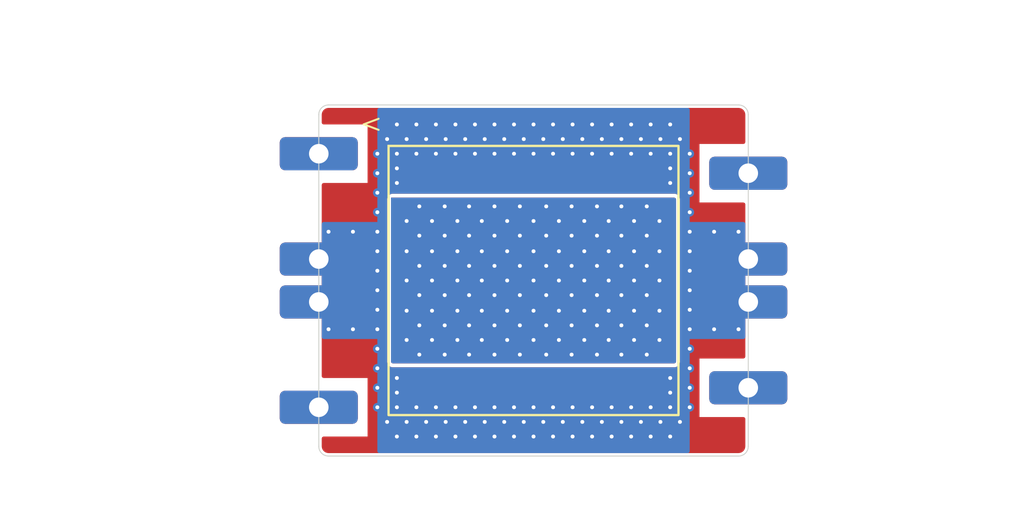
<source format=kicad_pcb>
(kicad_pcb (version 20240108) (generator "pcbnew") (generator_version "8.0")
  (title_block (title "Directional Coupler") (date "2024-03-22") (rev "A0") (company "TiZed") (comment 1 "Units: [mm]"))
  (layers (0 "F.Cu" signal) (31 "B.Cu" signal) (34 "B.Paste" user) (35 "F.Paste" user) (36 "B.SilkS" user "B.Silkscreen") (37 "F.SilkS" user "F.Silkscreen") (38 "B.Mask" user) (39 "F.Mask" user) (44 "Edge.Cuts" user))
  (net 0 "")
  (net 1 "GND")
  (footprint "Coupler:Square_edge_pin" (layer "F.Cu") (at 110 55)
    (property "Reference" "H4" (hide yes))
    (property "Value" "Reverse")
    (pad "MP" thru_hole roundrect (at 0 0) (size 4 1.7) (drill 1) (property pad_prop_castellated) (layers "*.Cu" "*.Mask") (roundrect_rratio 0.1612903226))
  )
  (footprint "Coupler:Square_edge_pin" (layer "F.Cu") (at 88 43)
    (property "Reference" "H1" (hide yes))
    (property "Value" "In")
    (pad "MP" thru_hole roundrect (at 0 0) (size 4 1.7) (drill 1) (property pad_prop_castellated) (layers "*.Cu" "*.Mask") (roundrect_rratio 0.1612903226))
  )
  (footprint "Coupler:Square_edge_pin" (layer "F.Cu") (at 88 56)
    (property "Reference" "H3" (hide yes))
    (property "Value" "Forward")
    (pad "MP" thru_hole roundrect (at 0 0) (size 4 1.7) (drill 1) (property pad_prop_castellated) (layers "*.Cu" "*.Mask") (roundrect_rratio 0.1612903226))
  )
  (footprint "Coupler:Core_BN43-202" (layer "F.Cu") (at 99 49.5)
    (property "Reference" "MP1" (hide yes))
    (property "Value" "Core_BN-43-202")
    (fp_rect (start -7.2 -4.15) (end 7.2 4.15) (stroke (width 0.2)) (fill solid) (layer "F.Cu"))
    (fp_rect (start -7.2 -4.15) (end 7.2 4.15) (stroke (width 0.2)) (fill solid) (layer "B.Cu"))
    (fp_rect (start -7.425 -6.9) (end 7.425 6.9) (stroke (width 0.12)) (fill none) (layer "F.SilkS"))
    (pad "" thru_hole circle (at -6.5 -3.05) (size 0.45 0.45) (drill 0.2) (property pad_prop_heatsink) (layers "*.Cu" "*.Mask"))
    (pad "" thru_hole circle (at -6.5 -1.5) (size 0.45 0.45) (drill 0.2) (property pad_prop_heatsink) (layers "*.Cu" "*.Mask"))
    (pad "" thru_hole circle (at -6.5 0) (size 0.45 0.45) (drill 0.2) (property pad_prop_heatsink) (layers "*.Cu" "*.Mask"))
    (pad "" thru_hole circle (at -6.5 1.55) (size 0.45 0.45) (drill 0.2) (property pad_prop_heatsink) (layers "*.Cu" "*.Mask"))
    (pad "" thru_hole circle (at -6.5 3.05) (size 0.45 0.45) (drill 0.2) (property pad_prop_heatsink) (layers "*.Cu" "*.Mask"))
    (pad "" thru_hole circle (at -5.85 -3.8) (size 0.45 0.45) (drill 0.2) (property pad_prop_heatsink) (layers "*.Cu" "*.Mask"))
    (pad "" thru_hole circle (at -5.85 -2.3) (size 0.45 0.45) (drill 0.2) (property pad_prop_heatsink) (layers "*.Cu" "*.Mask"))
    (pad "" thru_hole circle (at -5.85 -0.75) (size 0.45 0.45) (drill 0.2) (property pad_prop_heatsink) (layers "*.Cu" "*.Mask"))
    (pad "" thru_hole circle (at -5.85 0.75) (size 0.45 0.45) (drill 0.2) (property pad_prop_heatsink) (layers "*.Cu" "*.Mask"))
    (pad "" thru_hole circle (at -5.85 2.3) (size 0.45 0.45) (drill 0.2) (property pad_prop_heatsink) (layers "*.Cu" "*.Mask"))
    (pad "" thru_hole circle (at -5.85 3.8) (size 0.45 0.45) (drill 0.2) (property pad_prop_heatsink) (layers "*.Cu" "*.Mask"))
    (pad "" thru_hole circle (at -5.2 -3.05) (size 0.45 0.45) (drill 0.2) (property pad_prop_heatsink) (layers "*.Cu" "*.Mask"))
    (pad "" thru_hole circle (at -5.2 -1.5) (size 0.45 0.45) (drill 0.2) (property pad_prop_heatsink) (layers "*.Cu" "*.Mask"))
    (pad "" thru_hole circle (at -5.2 0) (size 0.45 0.45) (drill 0.2) (property pad_prop_heatsink) (layers "*.Cu" "*.Mask"))
    (pad "" thru_hole circle (at -5.2 1.55) (size 0.45 0.45) (drill 0.2) (property pad_prop_heatsink) (layers "*.Cu" "*.Mask"))
    (pad "" thru_hole circle (at -5.2 3.05) (size 0.45 0.45) (drill 0.2) (property pad_prop_heatsink) (layers "*.Cu" "*.Mask"))
    (pad "" thru_hole circle (at -4.55 -3.8) (size 0.45 0.45) (drill 0.2) (property pad_prop_heatsink) (layers "*.Cu" "*.Mask"))
    (pad "" thru_hole circle (at -4.55 -2.3) (size 0.45 0.45) (drill 0.2) (property pad_prop_heatsink) (layers "*.Cu" "*.Mask"))
    (pad "" thru_hole circle (at -4.55 -0.75) (size 0.45 0.45) (drill 0.2) (property pad_prop_heatsink) (layers "*.Cu" "*.Mask"))
    (pad "" thru_hole circle (at -4.55 0.75) (size 0.45 0.45) (drill 0.2) (property pad_prop_heatsink) (layers "*.Cu" "*.Mask"))
    (pad "" thru_hole circle (at -4.55 2.3) (size 0.45 0.45) (drill 0.2) (property pad_prop_heatsink) (layers "*.Cu" "*.Mask"))
    (pad "" thru_hole circle (at -4.55 3.8) (size 0.45 0.45) (drill 0.2) (property pad_prop_heatsink) (layers "*.Cu" "*.Mask"))
    (pad "" thru_hole circle (at -3.9 -3.05) (size 0.45 0.45) (drill 0.2) (property pad_prop_heatsink) (layers "*.Cu" "*.Mask"))
    (pad "" thru_hole circle (at -3.9 -1.5) (size 0.45 0.45) (drill 0.2) (property pad_prop_heatsink) (layers "*.Cu" "*.Mask"))
    (pad "" thru_hole circle (at -3.9 0) (size 0.45 0.45) (drill 0.2) (property pad_prop_heatsink) (layers "*.Cu" "*.Mask"))
    (pad "" thru_hole circle (at -3.9 1.55) (size 0.45 0.45) (drill 0.2) (property pad_prop_heatsink) (layers "*.Cu" "*.Mask"))
    (pad "" thru_hole circle (at -3.9 3.05) (size 0.45 0.45) (drill 0.2) (property pad_prop_heatsink) (layers "*.Cu" "*.Mask"))
    (pad "" thru_hole circle (at -3.3 -3.8) (size 0.45 0.45) (drill 0.2) (property pad_prop_heatsink) (layers "*.Cu" "*.Mask"))
    (pad "" thru_hole circle (at -3.3 -2.3) (size 0.45 0.45) (drill 0.2) (property pad_prop_heatsink) (layers "*.Cu" "*.Mask"))
    (pad "" thru_hole circle (at -3.3 -0.75) (size 0.45 0.45) (drill 0.2) (property pad_prop_heatsink) (layers "*.Cu" "*.Mask"))
    (pad "" thru_hole circle (at -3.3 0.75) (size 0.45 0.45) (drill 0.2) (property pad_prop_heatsink) (layers "*.Cu" "*.Mask"))
    (pad "" thru_hole circle (at -3.3 2.3) (size 0.45 0.45) (drill 0.2) (property pad_prop_heatsink) (layers "*.Cu" "*.Mask"))
    (pad "" thru_hole circle (at -3.3 3.8) (size 0.45 0.45) (drill 0.2) (property pad_prop_heatsink) (layers "*.Cu" "*.Mask"))
    (pad "" thru_hole circle (at -2.65 -3.05) (size 0.45 0.45) (drill 0.2) (property pad_prop_heatsink) (layers "*.Cu" "*.Mask"))
    (pad "" thru_hole circle (at -2.65 -1.5) (size 0.45 0.45) (drill 0.2) (property pad_prop_heatsink) (layers "*.Cu" "*.Mask"))
    (pad "" thru_hole circle (at -2.65 0) (size 0.45 0.45) (drill 0.2) (property pad_prop_heatsink) (layers "*.Cu" "*.Mask"))
    (pad "" thru_hole circle (at -2.65 1.55) (size 0.45 0.45) (drill 0.2) (property pad_prop_heatsink) (layers "*.Cu" "*.Mask"))
    (pad "" thru_hole circle (at -2.65 3.05) (size 0.45 0.45) (drill 0.2) (property pad_prop_heatsink) (layers "*.Cu" "*.Mask"))
    (pad "" thru_hole circle (at -2 -3.8) (size 0.45 0.45) (drill 0.2) (property pad_prop_heatsink) (layers "*.Cu" "*.Mask"))
    (pad "" thru_hole circle (at -2 -2.3) (size 0.45 0.45) (drill 0.2) (property pad_prop_heatsink) (layers "*.Cu" "*.Mask"))
    (pad "" thru_hole circle (at -2 -0.75) (size 0.45 0.45) (drill 0.2) (property pad_prop_heatsink) (layers "*.Cu" "*.Mask"))
    (pad "" thru_hole circle (at -2 0.75) (size 0.45 0.45) (drill 0.2) (property pad_prop_heatsink) (layers "*.Cu" "*.Mask"))
    (pad "" thru_hole circle (at -2 2.3) (size 0.45 0.45) (drill 0.2) (property pad_prop_heatsink) (layers "*.Cu" "*.Mask"))
    (pad "" thru_hole circle (at -2 3.8) (size 0.45 0.45) (drill 0.2) (property pad_prop_heatsink) (layers "*.Cu" "*.Mask"))
    (pad "" thru_hole circle (at -1.35 -3.05) (size 0.45 0.45) (drill 0.2) (property pad_prop_heatsink) (layers "*.Cu" "*.Mask"))
    (pad "" thru_hole circle (at -1.35 -1.5) (size 0.45 0.45) (drill 0.2) (property pad_prop_heatsink) (layers "*.Cu" "*.Mask"))
    (pad "" thru_hole circle (at -1.35 0) (size 0.45 0.45) (drill 0.2) (property pad_prop_heatsink) (layers "*.Cu" "*.Mask"))
    (pad "" thru_hole circle (at -1.35 1.55) (size 0.45 0.45) (drill 0.2) (property pad_prop_heatsink) (layers "*.Cu" "*.Mask"))
    (pad "" thru_hole circle (at -1.35 3.05) (size 0.45 0.45) (drill 0.2) (property pad_prop_heatsink) (layers "*.Cu" "*.Mask"))
    (pad "" thru_hole circle (at -0.7 -3.8) (size 0.45 0.45) (drill 0.2) (property pad_prop_heatsink) (layers "*.Cu" "*.Mask"))
    (pad "" thru_hole circle (at -0.7 -2.3) (size 0.45 0.45) (drill 0.2) (property pad_prop_heatsink) (layers "*.Cu" "*.Mask"))
    (pad "" thru_hole circle (at -0.7 -0.75) (size 0.45 0.45) (drill 0.2) (property pad_prop_heatsink) (layers "*.Cu" "*.Mask"))
    (pad "" thru_hole circle (at -0.7 0.75) (size 0.45 0.45) (drill 0.2) (property pad_prop_heatsink) (layers "*.Cu" "*.Mask"))
    (pad "" thru_hole circle (at -0.7 2.3) (size 0.45 0.45) (drill 0.2) (property pad_prop_heatsink) (layers "*.Cu" "*.Mask"))
    (pad "" thru_hole circle (at -0.7 3.8) (size 0.45 0.45) (drill 0.2) (property pad_prop_heatsink) (layers "*.Cu" "*.Mask"))
    (pad "" thru_hole circle (at 0 -3.05) (size 0.45 0.45) (drill 0.2) (property pad_prop_heatsink) (layers "*.Cu" "*.Mask"))
    (pad "" thru_hole circle (at 0 -1.5) (size 0.45 0.45) (drill 0.2) (property pad_prop_heatsink) (layers "*.Cu" "*.Mask"))
    (pad "" thru_hole circle (at 0 0) (size 0.45 0.45) (drill 0.2) (property pad_prop_heatsink) (layers "*.Cu" "*.Mask"))
    (pad "" thru_hole circle (at 0 1.55) (size 0.45 0.45) (drill 0.2) (property pad_prop_heatsink) (layers "*.Cu" "*.Mask"))
    (pad "" thru_hole circle (at 0 3.05) (size 0.45 0.45) (drill 0.2) (property pad_prop_heatsink) (layers "*.Cu" "*.Mask"))
    (pad "" thru_hole circle (at 0.65 -3.8) (size 0.45 0.45) (drill 0.2) (property pad_prop_heatsink) (layers "*.Cu" "*.Mask"))
    (pad "" thru_hole circle (at 0.65 -2.3) (size 0.45 0.45) (drill 0.2) (property pad_prop_heatsink) (layers "*.Cu" "*.Mask"))
    (pad "" thru_hole circle (at 0.65 -0.75) (size 0.45 0.45) (drill 0.2) (property pad_prop_heatsink) (layers "*.Cu" "*.Mask"))
    (pad "" thru_hole circle (at 0.65 0.75) (size 0.45 0.45) (drill 0.2) (property pad_prop_heatsink) (layers "*.Cu" "*.Mask"))
    (pad "" thru_hole circle (at 0.65 2.3) (size 0.45 0.45) (drill 0.2) (property pad_prop_heatsink) (layers "*.Cu" "*.Mask"))
    (pad "" thru_hole circle (at 0.65 3.8) (size 0.45 0.45) (drill 0.2) (property pad_prop_heatsink) (layers "*.Cu" "*.Mask"))
    (pad "" thru_hole circle (at 1.3 -3.05) (size 0.45 0.45) (drill 0.2) (property pad_prop_heatsink) (layers "*.Cu" "*.Mask"))
    (pad "" thru_hole circle (at 1.3 -1.5) (size 0.45 0.45) (drill 0.2) (property pad_prop_heatsink) (layers "*.Cu" "*.Mask"))
    (pad "" thru_hole circle (at 1.3 0) (size 0.45 0.45) (drill 0.2) (property pad_prop_heatsink) (layers "*.Cu" "*.Mask"))
    (pad "" thru_hole circle (at 1.3 1.55) (size 0.45 0.45) (drill 0.2) (property pad_prop_heatsink) (layers "*.Cu" "*.Mask"))
    (pad "" thru_hole circle (at 1.3 3.05) (size 0.45 0.45) (drill 0.2) (property pad_prop_heatsink) (layers "*.Cu" "*.Mask"))
    (pad "" thru_hole circle (at 1.95 -3.8) (size 0.45 0.45) (drill 0.2) (property pad_prop_heatsink) (layers "*.Cu" "*.Mask"))
    (pad "" thru_hole circle (at 1.95 -2.3) (size 0.45 0.45) (drill 0.2) (property pad_prop_heatsink) (layers "*.Cu" "*.Mask"))
    (pad "" thru_hole circle (at 1.95 -0.75) (size 0.45 0.45) (drill 0.2) (property pad_prop_heatsink) (layers "*.Cu" "*.Mask"))
    (pad "" thru_hole circle (at 1.95 0.75) (size 0.45 0.45) (drill 0.2) (property pad_prop_heatsink) (layers "*.Cu" "*.Mask"))
    (pad "" thru_hole circle (at 1.95 2.3) (size 0.45 0.45) (drill 0.2) (property pad_prop_heatsink) (layers "*.Cu" "*.Mask"))
    (pad "" thru_hole circle (at 1.95 3.8) (size 0.45 0.45) (drill 0.2) (property pad_prop_heatsink) (layers "*.Cu" "*.Mask"))
    (pad "" thru_hole circle (at 2.6 -3.05) (size 0.45 0.45) (drill 0.2) (property pad_prop_heatsink) (layers "*.Cu" "*.Mask"))
    (pad "" thru_hole circle (at 2.6 -1.5) (size 0.45 0.45) (drill 0.2) (property pad_prop_heatsink) (layers "*.Cu" "*.Mask"))
    (pad "" thru_hole circle (at 2.6 0) (size 0.45 0.45) (drill 0.2) (property pad_prop_heatsink) (layers "*.Cu" "*.Mask"))
    (pad "" thru_hole circle (at 2.6 1.55) (size 0.45 0.45) (drill 0.2) (property pad_prop_heatsink) (layers "*.Cu" "*.Mask"))
    (pad "" thru_hole circle (at 2.6 3.05) (size 0.45 0.45) (drill 0.2) (property pad_prop_heatsink) (layers "*.Cu" "*.Mask"))
    (pad "" thru_hole circle (at 3.25 -3.8) (size 0.45 0.45) (drill 0.2) (property pad_prop_heatsink) (layers "*.Cu" "*.Mask"))
    (pad "" thru_hole circle (at 3.25 -2.3) (size 0.45 0.45) (drill 0.2) (property pad_prop_heatsink) (layers "*.Cu" "*.Mask"))
    (pad "" thru_hole circle (at 3.25 -0.75) (size 0.45 0.45) (drill 0.2) (property pad_prop_heatsink) (layers "*.Cu" "*.Mask"))
    (pad "" thru_hole circle (at 3.25 0.75) (size 0.45 0.45) (drill 0.2) (property pad_prop_heatsink) (layers "*.Cu" "*.Mask"))
    (pad "" thru_hole circle (at 3.25 2.3) (size 0.45 0.45) (drill 0.2) (property pad_prop_heatsink) (layers "*.Cu" "*.Mask"))
    (pad "" thru_hole circle (at 3.25 3.8) (size 0.45 0.45) (drill 0.2) (property pad_prop_heatsink) (layers "*.Cu" "*.Mask"))
    (pad "" thru_hole circle (at 3.85 -3.05) (size 0.45 0.45) (drill 0.2) (property pad_prop_heatsink) (layers "*.Cu" "*.Mask"))
    (pad "" thru_hole circle (at 3.85 -1.5) (size 0.45 0.45) (drill 0.2) (property pad_prop_heatsink) (layers "*.Cu" "*.Mask"))
    (pad "" thru_hole circle (at 3.85 0) (size 0.45 0.45) (drill 0.2) (property pad_prop_heatsink) (layers "*.Cu" "*.Mask"))
    (pad "" thru_hole circle (at 3.85 1.55) (size 0.45 0.45) (drill 0.2) (property pad_prop_heatsink) (layers "*.Cu" "*.Mask"))
    (pad "" thru_hole circle (at 3.85 3.05) (size 0.45 0.45) (drill 0.2) (property pad_prop_heatsink) (layers "*.Cu" "*.Mask"))
    (pad "" thru_hole circle (at 4.5 -3.8) (size 0.45 0.45) (drill 0.2) (property pad_prop_heatsink) (layers "*.Cu" "*.Mask"))
    (pad "" thru_hole circle (at 4.5 -2.3) (size 0.45 0.45) (drill 0.2) (property pad_prop_heatsink) (layers "*.Cu" "*.Mask"))
    (pad "" thru_hole circle (at 4.5 -0.75) (size 0.45 0.45) (drill 0.2) (property pad_prop_heatsink) (layers "*.Cu" "*.Mask"))
    (pad "" thru_hole circle (at 4.5 0.75) (size 0.45 0.45) (drill 0.2) (property pad_prop_heatsink) (layers "*.Cu" "*.Mask"))
    (pad "" thru_hole circle (at 4.5 2.3) (size 0.45 0.45) (drill 0.2) (property pad_prop_heatsink) (layers "*.Cu" "*.Mask"))
    (pad "" thru_hole circle (at 4.5 3.8) (size 0.45 0.45) (drill 0.2) (property pad_prop_heatsink) (layers "*.Cu" "*.Mask"))
    (pad "" thru_hole circle (at 5.15 -3.05) (size 0.45 0.45) (drill 0.2) (property pad_prop_heatsink) (layers "*.Cu" "*.Mask"))
    (pad "" thru_hole circle (at 5.15 -1.5) (size 0.45 0.45) (drill 0.2) (property pad_prop_heatsink) (layers "*.Cu" "*.Mask"))
    (pad "" thru_hole circle (at 5.15 0) (size 0.45 0.45) (drill 0.2) (property pad_prop_heatsink) (layers "*.Cu" "*.Mask"))
    (pad "" thru_hole circle (at 5.15 1.55) (size 0.45 0.45) (drill 0.2) (property pad_prop_heatsink) (layers "*.Cu" "*.Mask"))
    (pad "" thru_hole circle (at 5.15 3.05) (size 0.45 0.45) (drill 0.2) (property pad_prop_heatsink) (layers "*.Cu" "*.Mask"))
    (pad "" thru_hole circle (at 5.8 -3.8) (size 0.45 0.45) (drill 0.2) (property pad_prop_heatsink) (layers "*.Cu" "*.Mask"))
    (pad "" thru_hole circle (at 5.8 -2.3) (size 0.45 0.45) (drill 0.2) (property pad_prop_heatsink) (layers "*.Cu" "*.Mask"))
    (pad "" thru_hole circle (at 5.8 -0.75) (size 0.45 0.45) (drill 0.2) (property pad_prop_heatsink) (layers "*.Cu" "*.Mask"))
    (pad "" thru_hole circle (at 5.8 0.75) (size 0.45 0.45) (drill 0.2) (property pad_prop_heatsink) (layers "*.Cu" "*.Mask"))
    (pad "" thru_hole circle (at 5.8 2.3) (size 0.45 0.45) (drill 0.2) (property pad_prop_heatsink) (layers "*.Cu" "*.Mask"))
    (pad "" thru_hole circle (at 5.8 3.8) (size 0.45 0.45) (drill 0.2) (property pad_prop_heatsink) (layers "*.Cu" "*.Mask"))
    (pad "" thru_hole circle (at 6.45 -3.05) (size 0.45 0.45) (drill 0.2) (property pad_prop_heatsink) (layers "*.Cu" "*.Mask"))
    (pad "" thru_hole circle (at 6.45 -1.5) (size 0.45 0.45) (drill 0.2) (property pad_prop_heatsink) (layers "*.Cu" "*.Mask"))
    (pad "" thru_hole circle (at 6.45 0) (size 0.45 0.45) (drill 0.2) (property pad_prop_heatsink) (layers "*.Cu" "*.Mask"))
    (pad "" thru_hole circle (at 6.45 1.55) (size 0.45 0.45) (drill 0.2) (property pad_prop_heatsink) (layers "*.Cu" "*.Mask"))
    (pad "" thru_hole circle (at 6.45 3.05) (size 0.45 0.45) (drill 0.2) (property pad_prop_heatsink) (layers "*.Cu" "*.Mask"))
  )
  (footprint "Coupler:Square_edge_double_pin" (layer "F.Cu") (at 88 49.5)
    (property "Reference" "H2" (hide yes))
    (property "Value" "Ground")
    (pad "MP" thru_hole roundrect (at 0 -1.1) (size 4 1.7) (drill 1) (property pad_prop_castellated) (layers "*.Cu" "*.Mask") (roundrect_rratio 0.1612903226) (net 1 "GND"))
    (pad "MP" thru_hole roundrect (at 0 1.1) (size 4 1.7) (drill 1) (property pad_prop_castellated) (layers "*.Cu" "*.Mask") (roundrect_rratio 0.1612903226) (net 1 "GND"))
  )
  (footprint "Coupler:Square_edge_double_pin" (layer "F.Cu") (at 110 49.5)
    (property "Reference" "H5" (hide yes))
    (property "Value" "Ground")
    (pad "MP" thru_hole roundrect (at 0 -1.1) (size 4 1.7) (drill 1) (property pad_prop_castellated) (layers "*.Cu" "*.Mask") (roundrect_rratio 0.1612903226) (net 1 "GND"))
    (pad "MP" thru_hole roundrect (at 0 1.1) (size 4 1.7) (drill 1) (property pad_prop_castellated) (layers "*.Cu" "*.Mask") (roundrect_rratio 0.1612903226) (net 1 "GND"))
  )
  (footprint "Coupler:Square_edge_pin" (layer "F.Cu") (at 110 44)
    (property "Reference" "H6" (hide yes))
    (property "Value" "Out")
    (pad "MP" thru_hole roundrect (at 0 0) (size 4 1.7) (drill 1) (property pad_prop_castellated) (layers "*.Cu" "*.Mask") (roundrect_rratio 0.1612903226))
  )
  (gr_line (start 88 58) (end 88 41) (stroke (width 0.05)) (layer "Edge.Cuts"))
  (gr_line (start 88.5 40.5) (end 109.5 40.5) (stroke (width 0.05)) (layer "Edge.Cuts"))
  (gr_arc (start 110 58) (mid 109.853553 58.353553) (end 109.5 58.5) (stroke (width 0.05)) (layer "Edge.Cuts"))
  (gr_line (start 109.5 58.5) (end 88.5 58.5) (stroke (width 0.05)) (layer "Edge.Cuts"))
  (gr_line (start 110 41) (end 110 58) (stroke (width 0.05)) (layer "Edge.Cuts"))
  (gr_arc (start 109.5 40.5) (mid 109.853553 40.646447) (end 110 41) (stroke (width 0.05)) (layer "Edge.Cuts"))
  (gr_arc (start 88 41) (mid 88.146447 40.646447) (end 88.5 40.5) (stroke (width 0.05)) (layer "Edge.Cuts"))
  (gr_arc (start 88.5 58.5) (mid 88.146447 58.353553) (end 88 58) (stroke (width 0.05)) (layer "Edge.Cuts"))
  (gr_text "<" (at 90 42 0) (layer "F.SilkS") (effects (font (size 1 1) (thickness 0.1)) (justify left bottom)))
  (via (at 93 57.5) (size 0.45) (drill 0.2) (layers "F.Cu" "B.Cu") (net 1))
  (via (at 101 56) (size 0.45) (drill 0.2) (layers "F.Cu" "B.Cu") (net 1))
  (via (at 91 53) (size 0.45) (drill 0.2) (layers "F.Cu" "B.Cu") (net 1))
  (via (at 100 56) (size 0.45) (drill 0.2) (layers "F.Cu" "B.Cu") (net 1))
  (via (at 94 41.5) (size 0.45) (drill 0.2) (layers "F.Cu" "B.Cu") (net 1))
  (via (at 101 41.5) (size 0.45) (drill 0.2) (layers "F.Cu" "B.Cu") (net 1))
  (via (at 103 43) (size 0.45) (drill 0.2) (layers "F.Cu" "B.Cu") (net 1))
  (via (at 92.5 56.75) (size 0.45) (drill 0.2) (layers "F.Cu" "B.Cu") (net 1))
  (via (at 105.5 42.25) (size 0.45) (drill 0.2) (layers "F.Cu" "B.Cu") (net 1))
  (via (at 101 43) (size 0.45) (drill 0.2) (layers "F.Cu" "B.Cu") (net 1))
  (via (at 91 52) (size 0.45) (drill 0.2) (layers "F.Cu" "B.Cu") (net 1))
  (via (at 97 41.5) (size 0.45) (drill 0.2) (layers "F.Cu" "B.Cu") (net 1))
  (via (at 97 43) (size 0.45) (drill 0.2) (layers "F.Cu" "B.Cu") (net 1))
  (via (at 95 41.5) (size 0.45) (drill 0.2) (layers "F.Cu" "B.Cu") (net 1))
  (via (at 95.5 56.75) (size 0.45) (drill 0.2) (layers "F.Cu" "B.Cu") (net 1))
  (via (at 105 57.5) (size 0.45) (drill 0.2) (layers "F.Cu" "B.Cu") (net 1))
  (via (at 97 57.5) (size 0.45) (drill 0.2) (layers "F.Cu" "B.Cu") (net 1))
  (via (at 94 43) (size 0.45) (drill 0.2) (layers "F.Cu" "B.Cu") (net 1))
  (via (at 100 43) (size 0.45) (drill 0.2) (layers "F.Cu" "B.Cu") (net 1))
  (via (at 105 56) (size 0.45) (drill 0.2) (layers "F.Cu" "B.Cu") (net 1))
  (via (at 105.5 56.75) (size 0.45) (drill 0.2) (layers "F.Cu" "B.Cu") (net 1))
  (via (at 96 43) (size 0.45) (drill 0.2) (layers "F.Cu" "B.Cu") (net 1))
  (via (at 91 45) (size 0.45) (drill 0.2) (layers "F.Cu" "B.Cu") (net 1))
  (via (at 96 57.5) (size 0.45) (drill 0.2) (layers "F.Cu" "B.Cu") (net 1))
  (via (at 102.5 42.25) (size 0.45) (drill 0.2) (layers "F.Cu" "B.Cu") (net 1))
  (via (at 91 48) (size 0.45) (drill 0.2) (layers "F.Cu" "B.Cu") (net 1))
  (via (at 103 41.5) (size 0.45) (drill 0.2) (layers "F.Cu" "B.Cu") (net 1))
  (via (at 96 56) (size 0.45) (drill 0.2) (layers "F.Cu" "B.Cu") (net 1))
  (via (at 89.75 52) (size 0.45) (drill 0.2) (layers "F.Cu" "B.Cu") (net 1))
  (via (at 104 57.5) (size 0.45) (drill 0.2) (layers "F.Cu" "B.Cu") (net 1))
  (via (at 106 43) (size 0.45) (drill 0.2) (layers "F.Cu" "B.Cu") (net 1))
  (via (at 106 57.5) (size 0.45) (drill 0.2) (layers "F.Cu" "B.Cu") (net 1))
  (via (at 91.5 42.25) (size 0.45) (drill 0.2) (layers "F.Cu" "B.Cu") (net 1))
  (via (at 99 43) (size 0.45) (drill 0.2) (layers "F.Cu" "B.Cu") (net 1))
  (via (at 92 44.5) (size 0.45) (drill 0.2) (layers "F.Cu" "B.Cu") (net 1))
  (via (at 99.5 56.75) (size 0.45) (drill 0.2) (layers "F.Cu" "B.Cu") (net 1))
  (via (at 104 56) (size 0.45) (drill 0.2) (layers "F.Cu" "B.Cu") (net 1))
  (via (at 102 56) (size 0.45) (drill 0.2) (layers "F.Cu" "B.Cu") (net 1))
  (via (at 107 49) (size 0.45) (drill 0.2) (layers "F.Cu" "B.Cu") (net 1))
  (via (at 103 56) (size 0.45) (drill 0.2) (layers "F.Cu" "B.Cu") (net 1))
  (via (at 102 57.5) (size 0.45) (drill 0.2) (layers "F.Cu" "B.Cu") (net 1))
  (via (at 106 54.5) (size 0.45) (drill 0.2) (layers "F.Cu" "B.Cu") (net 1))
  (via (at 107 53) (size 0.45) (drill 0.2) (layers "F.Cu" "B.Cu") (net 1))
  (via (at 106.5 42.25) (size 0.45) (drill 0.2) (layers "F.Cu" "B.Cu") (net 1))
  (via (at 103 57.5) (size 0.45) (drill 0.2) (layers "F.Cu" "B.Cu") (net 1))
  (via (at 106 41.5) (size 0.45) (drill 0.2) (layers "F.Cu" "B.Cu") (net 1))
  (via (at 100 41.5) (size 0.45) (drill 0.2) (layers "F.Cu" "B.Cu") (net 1))
  (via (at 101.5 56.75) (size 0.45) (drill 0.2) (layers "F.Cu" "B.Cu") (net 1))
  (via (at 91 46) (size 0.45) (drill 0.2) (layers "F.Cu" "B.Cu") (net 1))
  (via (at 91 50) (size 0.45) (drill 0.2) (layers "F.Cu" "B.Cu") (net 1))
  (via (at 94 57.5) (size 0.45) (drill 0.2) (layers "F.Cu" "B.Cu") (net 1))
  (via (at 96.5 42.25) (size 0.45) (drill 0.2) (layers "F.Cu" "B.Cu") (net 1))
  (via (at 98.5 56.75) (size 0.45) (drill 0.2) (layers "F.Cu" "B.Cu") (net 1))
  (via (at 93 41.5) (size 0.45) (drill 0.2) (layers "F.Cu" "B.Cu") (net 1))
  (via (at 107 52) (size 0.45) (drill 0.2) (layers "F.Cu" "B.Cu") (net 1))
  (via (at 95 57.5) (size 0.45) (drill 0.2) (layers "F.Cu" "B.Cu") (net 1))
  (via (at 101.5 42.25) (size 0.45) (drill 0.2) (layers "F.Cu" "B.Cu") (net 1))
  (via (at 91 55) (size 0.45) (drill 0.2) (layers "F.Cu" "B.Cu") (net 1))
  (via (at 98 56) (size 0.45) (drill 0.2) (layers "F.Cu" "B.Cu") (net 1))
  (via (at 97.5 42.25) (size 0.45) (drill 0.2) (layers "F.Cu" "B.Cu") (net 1))
  (via (at 91.5 56.75) (size 0.45) (drill 0.2) (layers "F.Cu" "B.Cu") (net 1))
  (via (at 92 56) (size 0.45) (drill 0.2) (layers "F.Cu" "B.Cu") (net 1))
  (via (at 92 43) (size 0.45) (drill 0.2) (layers "F.Cu" "B.Cu") (net 1))
  (via (at 97 56) (size 0.45) (drill 0.2) (layers "F.Cu" "B.Cu") (net 1))
  (via (at 98 43) (size 0.45) (drill 0.2) (layers "F.Cu" "B.Cu") (net 1))
  (via (at 103.5 56.75) (size 0.45) (drill 0.2) (layers "F.Cu" "B.Cu") (net 1))
  (via (at 98 41.5) (size 0.45) (drill 0.2) (layers "F.Cu" "B.Cu") (net 1))
  (via (at 94.5 42.25) (size 0.45) (drill 0.2) (layers "F.Cu" "B.Cu") (net 1))
  (via (at 101 57.5) (size 0.45) (drill 0.2) (layers "F.Cu" "B.Cu") (net 1))
  (via (at 95 56) (size 0.45) (drill 0.2) (layers "F.Cu" "B.Cu") (net 1))
  (via (at 102 41.5) (size 0.45) (drill 0.2) (layers "F.Cu" "B.Cu") (net 1))
  (via (at 99 41.5) (size 0.45) (drill 0.2) (layers "F.Cu" "B.Cu") (net 1))
  (via (at 107 56) (size 0.45) (drill 0.2) (layers "F.Cu" "B.Cu") (net 1))
  (via (at 93.5 42.25) (size 0.45) (drill 0.2) (layers "F.Cu" "B.Cu") (net 1))
  (via (at 105 43) (size 0.45) (drill 0.2) (layers "F.Cu" "B.Cu") (net 1))
  (via (at 107 51) (size 0.45) (drill 0.2) (layers "F.Cu" "B.Cu") (net 1))
  (via (at 91 47) (size 0.45) (drill 0.2) (layers "F.Cu" "B.Cu") (net 1))
  (via (at 102 43) (size 0.45) (drill 0.2) (layers "F.Cu" "B.Cu") (net 1))
  (via (at 99.5 42.25) (size 0.45) (drill 0.2) (layers "F.Cu" "B.Cu") (net 1))
  (via (at 96 41.5) (size 0.45) (drill 0.2) (layers "F.Cu" "B.Cu") (net 1))
  (via (at 102.5 56.75) (size 0.45) (drill 0.2) (layers "F.Cu" "B.Cu") (net 1))
  (via (at 94 56) (size 0.45) (drill 0.2) (layers "F.Cu" "B.Cu") (net 1))
  (via (at 89.75 47) (size 0.45) (drill 0.2) (layers "F.Cu" "B.Cu") (net 1))
  (via (at 108.25 47) (size 0.45) (drill 0.2) (layers "F.Cu" "B.Cu") (net 1))
  (via (at 88.5 47) (size 0.45) (drill 0.2) (layers "F.Cu" "B.Cu") (net 1))
  (via (at 97.5 56.75) (size 0.45) (drill 0.2) (layers "F.Cu" "B.Cu") (net 1))
  (via (at 99 56) (size 0.45) (drill 0.2) (layers "F.Cu" "B.Cu") (net 1))
  (via (at 91 54) (size 0.45) (drill 0.2) (layers "F.Cu" "B.Cu") (net 1))
  (via (at 92 55.25) (size 0.45) (drill 0.2) (layers "F.Cu" "B.Cu") (net 1))
  (via (at 99 57.5) (size 0.45) (drill 0.2) (layers "F.Cu" "B.Cu") (net 1))
  (via (at 103.5 42.25) (size 0.45) (drill 0.2) (layers "F.Cu" "B.Cu") (net 1))
  (via (at 104.5 56.75) (size 0.45) (drill 0.2) (layers "F.Cu" "B.Cu") (net 1))
  (via (at 92 41.5) (size 0.45) (drill 0.2) (layers "F.Cu" "B.Cu") (net 1))
  (via (at 92 43.75) (size 0.45) (drill 0.2) (layers "F.Cu" "B.Cu") (net 1))
  (via (at 105 41.5) (size 0.45) (drill 0.2) (layers "F.Cu" "B.Cu") (net 1))
  (via (at 106 44.5) (size 0.45) (drill 0.2) (layers "F.Cu" "B.Cu") (net 1))
  (via (at 108.25 52) (size 0.45) (drill 0.2) (layers "F.Cu" "B.Cu") (net 1))
  (via (at 109.5 47) (size 0.45) (drill 0.2) (layers "F.Cu" "B.Cu") (net 1))
  (via (at 95 43) (size 0.45) (drill 0.2) (layers "F.Cu" "B.Cu") (net 1))
  (via (at 106 55.25) (size 0.45) (drill 0.2) (layers "F.Cu" "B.Cu") (net 1))
  (via (at 104 43) (size 0.45) (drill 0.2) (layers "F.Cu" "B.Cu") (net 1))
  (via (at 106.5 56.75) (size 0.45) (drill 0.2) (layers "F.Cu" "B.Cu") (net 1))
  (via (at 106 43.75) (size 0.45) (drill 0.2) (layers "F.Cu" "B.Cu") (net 1))
  (via (at 107 55) (size 0.45) (drill 0.2) (layers "F.Cu" "B.Cu") (net 1))
  (via (at 107 46) (size 0.45) (drill 0.2) (layers "F.Cu" "B.Cu") (net 1))
  (via (at 104 41.5) (size 0.45) (drill 0.2) (layers "F.Cu" "B.Cu") (net 1))
  (via (at 100 57.5) (size 0.45) (drill 0.2) (layers "F.Cu" "B.Cu") (net 1))
  (via (at 98 57.5) (size 0.45) (drill 0.2) (layers "F.Cu" "B.Cu") (net 1))
  (via (at 107 48) (size 0.45) (drill 0.2) (layers "F.Cu" "B.Cu") (net 1))
  (via (at 91 43) (size 0.45) (drill 0.2) (layers "F.Cu" "B.Cu") (net 1))
  (via (at 93 56) (size 0.45) (drill 0.2) (layers "F.Cu" "B.Cu") (net 1))
  (via (at 107 45) (size 0.45) (drill 0.2) (layers "F.Cu" "B.Cu") (net 1))
  (via (at 109.5 52) (size 0.45) (drill 0.2) (layers "F.Cu" "B.Cu") (net 1))
  (via (at 100.5 56.75) (size 0.45) (drill 0.2) (layers "F.Cu" "B.Cu") (net 1))
  (via (at 100.5 42.25) (size 0.45) (drill 0.2) (layers "F.Cu" "B.Cu") (net 1))
  (via (at 91 49) (size 0.45) (drill 0.2) (layers "F.Cu" "B.Cu") (net 1))
  (via (at 98.5 42.25) (size 0.45) (drill 0.2) (layers "F.Cu" "B.Cu") (net 1))
  (via (at 106 56) (size 0.45) (drill 0.2) (layers "F.Cu" "B.Cu") (net 1))
  (via (at 93.5 56.75) (size 0.45) (drill 0.2) (layers "F.Cu" "B.Cu") (net 1))
  (via (at 107 44) (size 0.45) (drill 0.2) (layers "F.Cu" "B.Cu") (net 1))
  (via (at 92 54.5) (size 0.45) (drill 0.2) (layers "F.Cu" "B.Cu") (net 1))
  (via (at 96.5 56.75) (size 0.45) (drill 0.2) (layers "F.Cu" "B.Cu") (net 1))
  (via (at 107 47) (size 0.45) (drill 0.2) (layers "F.Cu" "B.Cu") (net 1))
  (via (at 91 51) (size 0.45) (drill 0.2) (layers "F.Cu" "B.Cu") (net 1))
  (via (at 91 44) (size 0.45) (drill 0.2) (layers "F.Cu" "B.Cu") (net 1))
  (via (at 95.5 42.25) (size 0.45) (drill 0.2) (layers "F.Cu" "B.Cu") (net 1))
  (via (at 91 56) (size 0.45) (drill 0.2) (layers "F.Cu" "B.Cu") (net 1))
  (via (at 92.5 42.25) (size 0.45) (drill 0.2) (layers "F.Cu" "B.Cu") (net 1))
  (via (at 92 57.5) (size 0.45) (drill 0.2) (layers "F.Cu" "B.Cu") (net 1))
  (via (at 93 43) (size 0.45) (drill 0.2) (layers "F.Cu" "B.Cu") (net 1))
  (via (at 104.5 42.25) (size 0.45) (drill 0.2) (layers "F.Cu" "B.Cu") (net 1))
  (via (at 88.5 52) (size 0.45) (drill 0.2) (layers "F.Cu" "B.Cu") (net 1))
  (via (at 107 43) (size 0.45) (drill 0.2) (layers "F.Cu" "B.Cu") (net 1))
  (via (at 107 50) (size 0.45) (drill 0.2) (layers "F.Cu" "B.Cu") (net 1))
  (via (at 94.5 56.75) (size 0.45) (drill 0.2) (layers "F.Cu" "B.Cu") (net 1))
  (via (at 107 54) (size 0.45) (drill 0.2) (layers "F.Cu" "B.Cu") (net 1))
  (zone (net 1) (net_name "GND") (layer "F.Cu") (connect_pads yes (clearance 0.2)) (min_thickness 0.2) (fill yes (thermal_gap 0.5) (thermal_bridge_width 0.5))
    (polygon (pts (xy 110 45.5) (xy 107.5 45.5) (xy 107.5 42.5) (xy 110 42.5) (xy 110 40.5) (xy 88 40.5) (xy 88 41.5) (xy 90.5 41.5) (xy 90.5 44.5) (xy 88 44.5) (xy 88 54.5) (xy 90.5 54.5) (xy 90.5 57.5) (xy 88 57.5) (xy 88 58.5) (xy 110 58.5) (xy 110 56.5) (xy 107.5 56.5) (xy 107.5 53.5) (xy 110 53.5)))
  )
  (zone (net 1) (net_name "GND") (layer "B.Cu") (priority 1) (connect_pads yes (clearance 0.2)) (min_thickness 0.2) (fill yes (thermal_gap 0.5) (thermal_bridge_width 0.5))
    (polygon (pts (xy 110 46.5) (xy 107 46.5) (xy 107 40.5) (xy 91 40.5) (xy 91 46.5) (xy 88 46.5) (xy 88 52.5) (xy 91 52.5) (xy 91 58.5) (xy 107 58.5) (xy 107 52.5) (xy 110 52.5)))
  )
)
</source>
